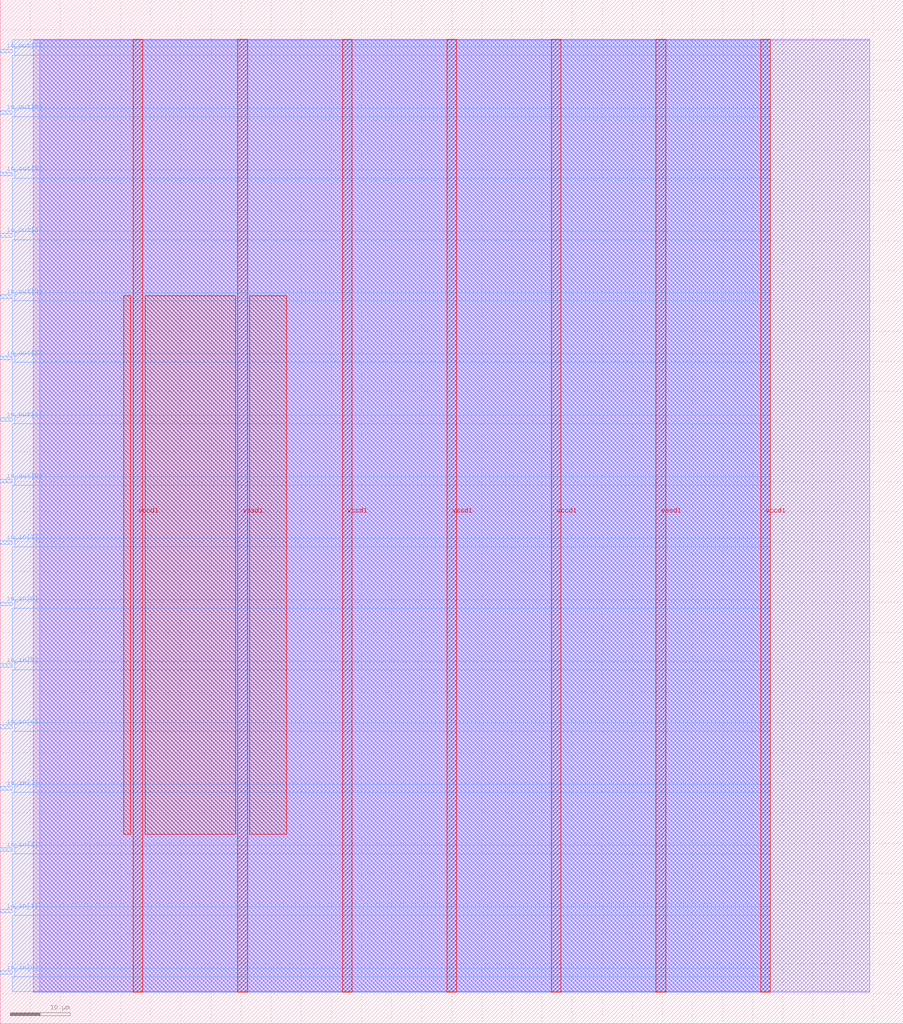
<source format=lef>
VERSION 5.7 ;
  NOWIREEXTENSIONATPIN ON ;
  DIVIDERCHAR "/" ;
  BUSBITCHARS "[]" ;
MACRO udxs_sqrt_top
  CLASS BLOCK ;
  FOREIGN udxs_sqrt_top ;
  ORIGIN 0.000 0.000 ;
  SIZE 150.000 BY 170.000 ;
  PIN io_in[0]
    DIRECTION INPUT ;
    USE SIGNAL ;
    PORT
      LAYER met3 ;
        RECT 0.000 8.200 2.000 8.800 ;
    END
  END io_in[0]
  PIN io_in[1]
    DIRECTION INPUT ;
    USE SIGNAL ;
    PORT
      LAYER met3 ;
        RECT 0.000 18.400 2.000 19.000 ;
    END
  END io_in[1]
  PIN io_in[2]
    DIRECTION INPUT ;
    USE SIGNAL ;
    PORT
      LAYER met3 ;
        RECT 0.000 28.600 2.000 29.200 ;
    END
  END io_in[2]
  PIN io_in[3]
    DIRECTION INPUT ;
    USE SIGNAL ;
    PORT
      LAYER met3 ;
        RECT 0.000 38.800 2.000 39.400 ;
    END
  END io_in[3]
  PIN io_in[4]
    DIRECTION INPUT ;
    USE SIGNAL ;
    PORT
      LAYER met3 ;
        RECT 0.000 49.000 2.000 49.600 ;
    END
  END io_in[4]
  PIN io_in[5]
    DIRECTION INPUT ;
    USE SIGNAL ;
    PORT
      LAYER met3 ;
        RECT 0.000 59.200 2.000 59.800 ;
    END
  END io_in[5]
  PIN io_in[6]
    DIRECTION INPUT ;
    USE SIGNAL ;
    PORT
      LAYER met3 ;
        RECT 0.000 69.400 2.000 70.000 ;
    END
  END io_in[6]
  PIN io_in[7]
    DIRECTION INPUT ;
    USE SIGNAL ;
    PORT
      LAYER met3 ;
        RECT 0.000 79.600 2.000 80.200 ;
    END
  END io_in[7]
  PIN io_out[0]
    DIRECTION OUTPUT TRISTATE ;
    USE SIGNAL ;
    PORT
      LAYER met3 ;
        RECT 0.000 89.800 2.000 90.400 ;
    END
  END io_out[0]
  PIN io_out[1]
    DIRECTION OUTPUT TRISTATE ;
    USE SIGNAL ;
    PORT
      LAYER met3 ;
        RECT 0.000 100.000 2.000 100.600 ;
    END
  END io_out[1]
  PIN io_out[2]
    DIRECTION OUTPUT TRISTATE ;
    USE SIGNAL ;
    PORT
      LAYER met3 ;
        RECT 0.000 110.200 2.000 110.800 ;
    END
  END io_out[2]
  PIN io_out[3]
    DIRECTION OUTPUT TRISTATE ;
    USE SIGNAL ;
    PORT
      LAYER met3 ;
        RECT 0.000 120.400 2.000 121.000 ;
    END
  END io_out[3]
  PIN io_out[4]
    DIRECTION OUTPUT TRISTATE ;
    USE SIGNAL ;
    PORT
      LAYER met3 ;
        RECT 0.000 130.600 2.000 131.200 ;
    END
  END io_out[4]
  PIN io_out[5]
    DIRECTION OUTPUT TRISTATE ;
    USE SIGNAL ;
    PORT
      LAYER met3 ;
        RECT 0.000 140.800 2.000 141.400 ;
    END
  END io_out[5]
  PIN io_out[6]
    DIRECTION OUTPUT TRISTATE ;
    USE SIGNAL ;
    PORT
      LAYER met3 ;
        RECT 0.000 151.000 2.000 151.600 ;
    END
  END io_out[6]
  PIN io_out[7]
    DIRECTION OUTPUT TRISTATE ;
    USE SIGNAL ;
    PORT
      LAYER met3 ;
        RECT 0.000 161.200 2.000 161.800 ;
    END
  END io_out[7]
  PIN vccd1
    DIRECTION INOUT ;
    USE POWER ;
    PORT
      LAYER met4 ;
        RECT 22.090 5.200 23.690 163.440 ;
    END
    PORT
      LAYER met4 ;
        RECT 56.830 5.200 58.430 163.440 ;
    END
    PORT
      LAYER met4 ;
        RECT 91.570 5.200 93.170 163.440 ;
    END
    PORT
      LAYER met4 ;
        RECT 126.310 5.200 127.910 163.440 ;
    END
  END vccd1
  PIN vssd1
    DIRECTION INOUT ;
    USE GROUND ;
    PORT
      LAYER met4 ;
        RECT 39.460 5.200 41.060 163.440 ;
    END
    PORT
      LAYER met4 ;
        RECT 74.200 5.200 75.800 163.440 ;
    END
    PORT
      LAYER met4 ;
        RECT 108.940 5.200 110.540 163.440 ;
    END
  END vssd1
  OBS
      LAYER li1 ;
        RECT 5.520 5.355 144.440 163.285 ;
      LAYER met1 ;
        RECT 5.520 5.200 144.440 163.440 ;
      LAYER met2 ;
        RECT 6.530 5.255 127.880 163.385 ;
      LAYER met3 ;
        RECT 2.000 162.200 127.900 163.365 ;
        RECT 2.400 160.800 127.900 162.200 ;
        RECT 2.000 152.000 127.900 160.800 ;
        RECT 2.400 150.600 127.900 152.000 ;
        RECT 2.000 141.800 127.900 150.600 ;
        RECT 2.400 140.400 127.900 141.800 ;
        RECT 2.000 131.600 127.900 140.400 ;
        RECT 2.400 130.200 127.900 131.600 ;
        RECT 2.000 121.400 127.900 130.200 ;
        RECT 2.400 120.000 127.900 121.400 ;
        RECT 2.000 111.200 127.900 120.000 ;
        RECT 2.400 109.800 127.900 111.200 ;
        RECT 2.000 101.000 127.900 109.800 ;
        RECT 2.400 99.600 127.900 101.000 ;
        RECT 2.000 90.800 127.900 99.600 ;
        RECT 2.400 89.400 127.900 90.800 ;
        RECT 2.000 80.600 127.900 89.400 ;
        RECT 2.400 79.200 127.900 80.600 ;
        RECT 2.000 70.400 127.900 79.200 ;
        RECT 2.400 69.000 127.900 70.400 ;
        RECT 2.000 60.200 127.900 69.000 ;
        RECT 2.400 58.800 127.900 60.200 ;
        RECT 2.000 50.000 127.900 58.800 ;
        RECT 2.400 48.600 127.900 50.000 ;
        RECT 2.000 39.800 127.900 48.600 ;
        RECT 2.400 38.400 127.900 39.800 ;
        RECT 2.000 29.600 127.900 38.400 ;
        RECT 2.400 28.200 127.900 29.600 ;
        RECT 2.000 19.400 127.900 28.200 ;
        RECT 2.400 18.000 127.900 19.400 ;
        RECT 2.000 9.200 127.900 18.000 ;
        RECT 2.400 7.800 127.900 9.200 ;
        RECT 2.000 5.275 127.900 7.800 ;
      LAYER met4 ;
        RECT 20.535 31.455 21.690 120.865 ;
        RECT 24.090 31.455 39.060 120.865 ;
        RECT 41.460 31.455 47.545 120.865 ;
  END
END udxs_sqrt_top
END LIBRARY


</source>
